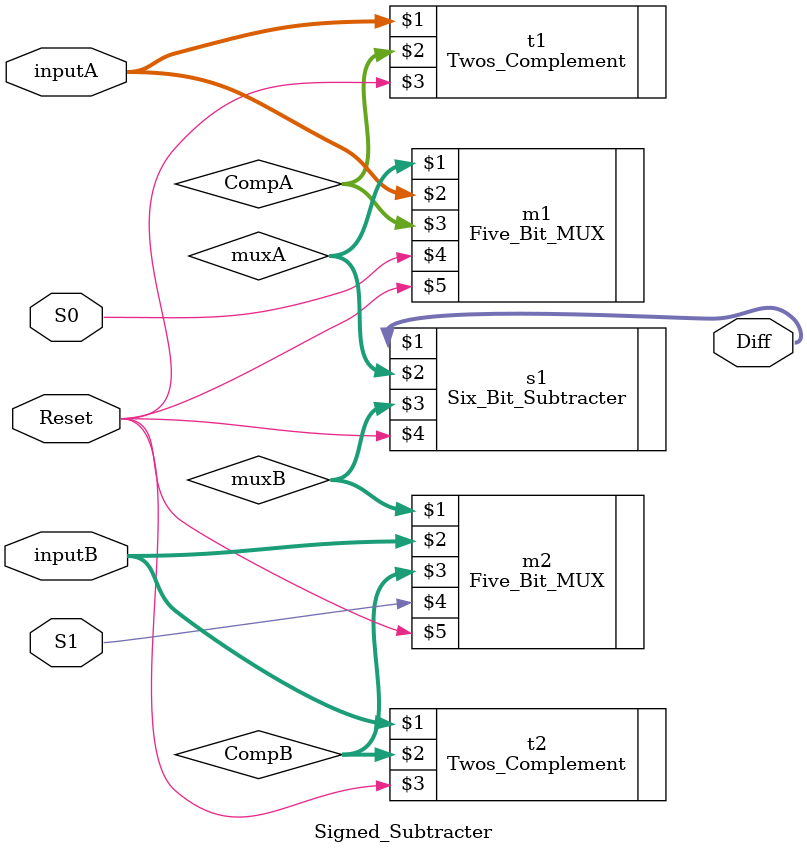
<source format=v>

module Signed_Subtracter(inputA, inputB, Diff, S0, S1, Reset);
	input [3:0] inputA, inputB;
	input S0, S1, Reset;
	output [5:0] Diff;
	wire [5:0] CompA, CompB, muxA, muxB;
	Twos_Complement t1(inputA, CompA, Reset);
	Twos_Complement t2(inputB, CompB, Reset);
	Five_Bit_MUX m1(muxA, inputA, CompA, S0, Reset);
	Five_Bit_MUX m2(muxB, inputB, CompB, S1, Reset);
	Six_Bit_Subtracter s1(Diff, muxA, muxB, Reset);
endmodule

</source>
